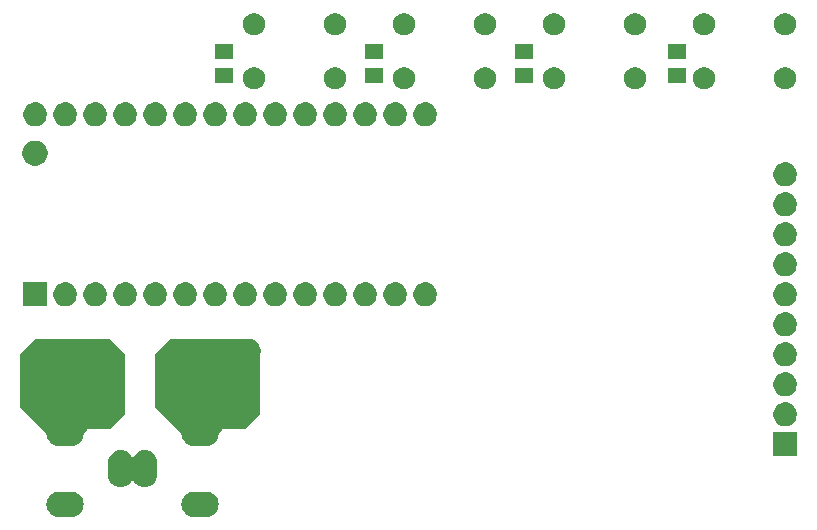
<source format=gbr>
G04 #@! TF.GenerationSoftware,KiCad,Pcbnew,5.0.2-bee76a0~70~ubuntu16.04.1*
G04 #@! TF.CreationDate,2019-08-01T21:54:42-04:00*
G04 #@! TF.ProjectId,Controller,436f6e74-726f-46c6-9c65-722e6b696361,rev?*
G04 #@! TF.SameCoordinates,PX5734380PY65bcec0*
G04 #@! TF.FileFunction,Soldermask,Top*
G04 #@! TF.FilePolarity,Negative*
%FSLAX46Y46*%
G04 Gerber Fmt 4.6, Leading zero omitted, Abs format (unit mm)*
G04 Created by KiCad (PCBNEW 5.0.2-bee76a0~70~ubuntu16.04.1) date Thu 01 Aug 2019 09:54:42 PM EDT*
%MOMM*%
%LPD*%
G01*
G04 APERTURE LIST*
%ADD10C,0.100000*%
G04 APERTURE END LIST*
D10*
G36*
X17133114Y-42119176D02*
X17227168Y-42128439D01*
X17428299Y-42189451D01*
X17460899Y-42206876D01*
X17613662Y-42288529D01*
X17776133Y-42421867D01*
X17909471Y-42584338D01*
X17991124Y-42737101D01*
X18008549Y-42769701D01*
X18069561Y-42970832D01*
X18090162Y-43180000D01*
X18069561Y-43389168D01*
X18008549Y-43590299D01*
X18008546Y-43590304D01*
X17909471Y-43775662D01*
X17776133Y-43938133D01*
X17613662Y-44071471D01*
X17460899Y-44153124D01*
X17428299Y-44170549D01*
X17227168Y-44231561D01*
X17133114Y-44240824D01*
X17070413Y-44247000D01*
X15949587Y-44247000D01*
X15886886Y-44240824D01*
X15792832Y-44231561D01*
X15591701Y-44170549D01*
X15559101Y-44153124D01*
X15406338Y-44071471D01*
X15243867Y-43938133D01*
X15110529Y-43775662D01*
X15011454Y-43590304D01*
X15011451Y-43590299D01*
X14950439Y-43389168D01*
X14929838Y-43180000D01*
X14950439Y-42970832D01*
X15011451Y-42769701D01*
X15028876Y-42737101D01*
X15110529Y-42584338D01*
X15243867Y-42421867D01*
X15406338Y-42288529D01*
X15559101Y-42206876D01*
X15591701Y-42189451D01*
X15792832Y-42128439D01*
X15886886Y-42119176D01*
X15949587Y-42113000D01*
X17070413Y-42113000D01*
X17133114Y-42119176D01*
X17133114Y-42119176D01*
G37*
G36*
X5703114Y-42119176D02*
X5797168Y-42128439D01*
X5998299Y-42189451D01*
X6030899Y-42206876D01*
X6183662Y-42288529D01*
X6346133Y-42421867D01*
X6479471Y-42584338D01*
X6561124Y-42737101D01*
X6578549Y-42769701D01*
X6639561Y-42970832D01*
X6660162Y-43180000D01*
X6639561Y-43389168D01*
X6578549Y-43590299D01*
X6578546Y-43590304D01*
X6479471Y-43775662D01*
X6346133Y-43938133D01*
X6183662Y-44071471D01*
X6030899Y-44153124D01*
X5998299Y-44170549D01*
X5797168Y-44231561D01*
X5703114Y-44240824D01*
X5640413Y-44247000D01*
X4519587Y-44247000D01*
X4456886Y-44240824D01*
X4362832Y-44231561D01*
X4161701Y-44170549D01*
X4129101Y-44153124D01*
X3976338Y-44071471D01*
X3813867Y-43938133D01*
X3680529Y-43775662D01*
X3581454Y-43590304D01*
X3581451Y-43590299D01*
X3520439Y-43389168D01*
X3499838Y-43180000D01*
X3520439Y-42970832D01*
X3581451Y-42769701D01*
X3598876Y-42737101D01*
X3680529Y-42584338D01*
X3813867Y-42421867D01*
X3976338Y-42288529D01*
X4129101Y-42206876D01*
X4161701Y-42189451D01*
X4362832Y-42128439D01*
X4456886Y-42119176D01*
X4519587Y-42113000D01*
X5640413Y-42113000D01*
X5703114Y-42119176D01*
X5703114Y-42119176D01*
G37*
G36*
X12020167Y-38623239D02*
X12221298Y-38684251D01*
X12267025Y-38708692D01*
X12406661Y-38783329D01*
X12569133Y-38916667D01*
X12702471Y-39079138D01*
X12784124Y-39231901D01*
X12801549Y-39264501D01*
X12862561Y-39465632D01*
X12878000Y-39622389D01*
X12878000Y-40743211D01*
X12862561Y-40899968D01*
X12801549Y-41101099D01*
X12801546Y-41101104D01*
X12702471Y-41286462D01*
X12569133Y-41448933D01*
X12406662Y-41582271D01*
X12253899Y-41663924D01*
X12221299Y-41681349D01*
X12020168Y-41742361D01*
X11811000Y-41762962D01*
X11601833Y-41742361D01*
X11400702Y-41681349D01*
X11368102Y-41663924D01*
X11215339Y-41582271D01*
X11052868Y-41448933D01*
X10919530Y-41286461D01*
X10905239Y-41259726D01*
X10891625Y-41239352D01*
X10874298Y-41222025D01*
X10853923Y-41208411D01*
X10831284Y-41199034D01*
X10807250Y-41194254D01*
X10782746Y-41194254D01*
X10758713Y-41199035D01*
X10736074Y-41208413D01*
X10715700Y-41222027D01*
X10698373Y-41239354D01*
X10684759Y-41259728D01*
X10670468Y-41286465D01*
X10537133Y-41448933D01*
X10374662Y-41582271D01*
X10221899Y-41663924D01*
X10189299Y-41681349D01*
X9988168Y-41742361D01*
X9779000Y-41762962D01*
X9569833Y-41742361D01*
X9368702Y-41681349D01*
X9336102Y-41663924D01*
X9183339Y-41582271D01*
X9020868Y-41448933D01*
X8887531Y-41286463D01*
X8788453Y-41101101D01*
X8788452Y-41101099D01*
X8727439Y-40899968D01*
X8712000Y-40743211D01*
X8712000Y-39622390D01*
X8727439Y-39465633D01*
X8788451Y-39264502D01*
X8840799Y-39166566D01*
X8887529Y-39079139D01*
X9020867Y-38916667D01*
X9183338Y-38783329D01*
X9336101Y-38701676D01*
X9368701Y-38684251D01*
X9569832Y-38623239D01*
X9779000Y-38602638D01*
X9988167Y-38623239D01*
X10189298Y-38684251D01*
X10235025Y-38708692D01*
X10374661Y-38783329D01*
X10537133Y-38916667D01*
X10670468Y-39079135D01*
X10684759Y-39105872D01*
X10698373Y-39126246D01*
X10715700Y-39143574D01*
X10736075Y-39157188D01*
X10758714Y-39166565D01*
X10782747Y-39171346D01*
X10807251Y-39171346D01*
X10831285Y-39166566D01*
X10853924Y-39157189D01*
X10874298Y-39143575D01*
X10891626Y-39126248D01*
X10905240Y-39105873D01*
X10919530Y-39079138D01*
X11052867Y-38916667D01*
X11215338Y-38783329D01*
X11368101Y-38701676D01*
X11400701Y-38684251D01*
X11601832Y-38623239D01*
X11811000Y-38602638D01*
X12020167Y-38623239D01*
X12020167Y-38623239D01*
G37*
G36*
X67043500Y-39103500D02*
X65036500Y-39103500D01*
X65036500Y-37096500D01*
X67043500Y-37096500D01*
X67043500Y-39103500D01*
X67043500Y-39103500D01*
G37*
G36*
X20885231Y-29200003D02*
X21079415Y-29280437D01*
X21254176Y-29397209D01*
X21402791Y-29545824D01*
X21519563Y-29720585D01*
X21599997Y-29914769D01*
X21641000Y-30120908D01*
X21641000Y-30331092D01*
X21599997Y-30537233D01*
X21599515Y-30538396D01*
X21592402Y-30561845D01*
X21590000Y-30586231D01*
X21590000Y-35560000D01*
X20320000Y-36830000D01*
X18466776Y-36830000D01*
X18442390Y-36832402D01*
X18418941Y-36839515D01*
X18397330Y-36851066D01*
X18378388Y-36866612D01*
X18125149Y-37119851D01*
X18109603Y-37138793D01*
X18098052Y-37160404D01*
X18090939Y-37183853D01*
X18089139Y-37195987D01*
X18069561Y-37394768D01*
X18008549Y-37595899D01*
X18008546Y-37595904D01*
X17909471Y-37781262D01*
X17776133Y-37943733D01*
X17613662Y-38077071D01*
X17460899Y-38158724D01*
X17428299Y-38176149D01*
X17227168Y-38237161D01*
X17133114Y-38246424D01*
X17070413Y-38252600D01*
X15949587Y-38252600D01*
X15886886Y-38246424D01*
X15792832Y-38237161D01*
X15591701Y-38176149D01*
X15559101Y-38158724D01*
X15406338Y-38077071D01*
X15243867Y-37943733D01*
X15110529Y-37781262D01*
X15011454Y-37595904D01*
X15011451Y-37595899D01*
X14950439Y-37394768D01*
X14930861Y-37195987D01*
X14926081Y-37171953D01*
X14916703Y-37149314D01*
X14903089Y-37128940D01*
X14894851Y-37119851D01*
X12700000Y-34925000D01*
X12700000Y-30480000D01*
X13970000Y-29210000D01*
X20213769Y-29210000D01*
X20238155Y-29207598D01*
X20261604Y-29200485D01*
X20262767Y-29200003D01*
X20468908Y-29159000D01*
X20679092Y-29159000D01*
X20885231Y-29200003D01*
X20885231Y-29200003D01*
G37*
G36*
X10160000Y-30480000D02*
X10160000Y-35560000D01*
X8890000Y-36830000D01*
X7036776Y-36830000D01*
X7012390Y-36832402D01*
X6988941Y-36839515D01*
X6967330Y-36851066D01*
X6948388Y-36866612D01*
X6695149Y-37119851D01*
X6679603Y-37138793D01*
X6668052Y-37160404D01*
X6660939Y-37183853D01*
X6659139Y-37195987D01*
X6639561Y-37394768D01*
X6578549Y-37595899D01*
X6578546Y-37595904D01*
X6479471Y-37781262D01*
X6346133Y-37943733D01*
X6183662Y-38077071D01*
X6030899Y-38158724D01*
X5998299Y-38176149D01*
X5797168Y-38237161D01*
X5703114Y-38246424D01*
X5640413Y-38252600D01*
X4519587Y-38252600D01*
X4456886Y-38246424D01*
X4362832Y-38237161D01*
X4161701Y-38176149D01*
X4129101Y-38158724D01*
X3976338Y-38077071D01*
X3813867Y-37943733D01*
X3680529Y-37781262D01*
X3581454Y-37595904D01*
X3581451Y-37595899D01*
X3520439Y-37394768D01*
X3500861Y-37195987D01*
X3496081Y-37171953D01*
X3486703Y-37149314D01*
X3473089Y-37128940D01*
X3464851Y-37119851D01*
X1270000Y-34925000D01*
X1270000Y-30480000D01*
X2540000Y-29210000D01*
X8890000Y-29210000D01*
X10160000Y-30480000D01*
X10160000Y-30480000D01*
G37*
G36*
X66162988Y-34561304D02*
X66332710Y-34595063D01*
X66515336Y-34670709D01*
X66679694Y-34780530D01*
X66819470Y-34920306D01*
X66929291Y-35084664D01*
X67004937Y-35267290D01*
X67043500Y-35461164D01*
X67043500Y-35658836D01*
X67004937Y-35852710D01*
X66929291Y-36035336D01*
X66819470Y-36199694D01*
X66679694Y-36339470D01*
X66515336Y-36449291D01*
X66332710Y-36524937D01*
X66162988Y-36558696D01*
X66138837Y-36563500D01*
X65941163Y-36563500D01*
X65917012Y-36558696D01*
X65747290Y-36524937D01*
X65564664Y-36449291D01*
X65400306Y-36339470D01*
X65260530Y-36199694D01*
X65150709Y-36035336D01*
X65075063Y-35852710D01*
X65036500Y-35658836D01*
X65036500Y-35461164D01*
X65075063Y-35267290D01*
X65150709Y-35084664D01*
X65260530Y-34920306D01*
X65400306Y-34780530D01*
X65564664Y-34670709D01*
X65747290Y-34595063D01*
X65917012Y-34561304D01*
X65941163Y-34556500D01*
X66138837Y-34556500D01*
X66162988Y-34561304D01*
X66162988Y-34561304D01*
G37*
G36*
X66162988Y-32021304D02*
X66332710Y-32055063D01*
X66515336Y-32130709D01*
X66679694Y-32240530D01*
X66819470Y-32380306D01*
X66929291Y-32544664D01*
X67004937Y-32727290D01*
X67043500Y-32921164D01*
X67043500Y-33118836D01*
X67004937Y-33312710D01*
X66929291Y-33495336D01*
X66819470Y-33659694D01*
X66679694Y-33799470D01*
X66515336Y-33909291D01*
X66332710Y-33984937D01*
X66162988Y-34018696D01*
X66138837Y-34023500D01*
X65941163Y-34023500D01*
X65917012Y-34018696D01*
X65747290Y-33984937D01*
X65564664Y-33909291D01*
X65400306Y-33799470D01*
X65260530Y-33659694D01*
X65150709Y-33495336D01*
X65075063Y-33312710D01*
X65036500Y-33118836D01*
X65036500Y-32921164D01*
X65075063Y-32727290D01*
X65150709Y-32544664D01*
X65260530Y-32380306D01*
X65400306Y-32240530D01*
X65564664Y-32130709D01*
X65747290Y-32055063D01*
X65917012Y-32021304D01*
X65941163Y-32016500D01*
X66138837Y-32016500D01*
X66162988Y-32021304D01*
X66162988Y-32021304D01*
G37*
G36*
X66162988Y-29481304D02*
X66332710Y-29515063D01*
X66515336Y-29590709D01*
X66679694Y-29700530D01*
X66819470Y-29840306D01*
X66929291Y-30004664D01*
X67004937Y-30187290D01*
X67043500Y-30381164D01*
X67043500Y-30578836D01*
X67004937Y-30772710D01*
X66929291Y-30955336D01*
X66819470Y-31119694D01*
X66679694Y-31259470D01*
X66515336Y-31369291D01*
X66332710Y-31444937D01*
X66162988Y-31478696D01*
X66138837Y-31483500D01*
X65941163Y-31483500D01*
X65917012Y-31478696D01*
X65747290Y-31444937D01*
X65564664Y-31369291D01*
X65400306Y-31259470D01*
X65260530Y-31119694D01*
X65150709Y-30955336D01*
X65075063Y-30772710D01*
X65036500Y-30578836D01*
X65036500Y-30381164D01*
X65075063Y-30187290D01*
X65150709Y-30004664D01*
X65260530Y-29840306D01*
X65400306Y-29700530D01*
X65564664Y-29590709D01*
X65747290Y-29515063D01*
X65917012Y-29481304D01*
X65941163Y-29476500D01*
X66138837Y-29476500D01*
X66162988Y-29481304D01*
X66162988Y-29481304D01*
G37*
G36*
X66162988Y-26941304D02*
X66332710Y-26975063D01*
X66515336Y-27050709D01*
X66679694Y-27160530D01*
X66819470Y-27300306D01*
X66929291Y-27464664D01*
X67004937Y-27647290D01*
X67043500Y-27841164D01*
X67043500Y-28038836D01*
X67004937Y-28232710D01*
X66929291Y-28415336D01*
X66819470Y-28579694D01*
X66679694Y-28719470D01*
X66515336Y-28829291D01*
X66332710Y-28904937D01*
X66162988Y-28938696D01*
X66138837Y-28943500D01*
X65941163Y-28943500D01*
X65917012Y-28938696D01*
X65747290Y-28904937D01*
X65564664Y-28829291D01*
X65400306Y-28719470D01*
X65260530Y-28579694D01*
X65150709Y-28415336D01*
X65075063Y-28232710D01*
X65036500Y-28038836D01*
X65036500Y-27841164D01*
X65075063Y-27647290D01*
X65150709Y-27464664D01*
X65260530Y-27300306D01*
X65400306Y-27160530D01*
X65564664Y-27050709D01*
X65747290Y-26975063D01*
X65917012Y-26941304D01*
X65941163Y-26936500D01*
X66138837Y-26936500D01*
X66162988Y-26941304D01*
X66162988Y-26941304D01*
G37*
G36*
X17902988Y-24401304D02*
X18072710Y-24435063D01*
X18255336Y-24510709D01*
X18419694Y-24620530D01*
X18559470Y-24760306D01*
X18669291Y-24924664D01*
X18744937Y-25107290D01*
X18783500Y-25301164D01*
X18783500Y-25498836D01*
X18744937Y-25692710D01*
X18669291Y-25875336D01*
X18559470Y-26039694D01*
X18419694Y-26179470D01*
X18255336Y-26289291D01*
X18072710Y-26364937D01*
X17902988Y-26398696D01*
X17878837Y-26403500D01*
X17681163Y-26403500D01*
X17657012Y-26398696D01*
X17487290Y-26364937D01*
X17304664Y-26289291D01*
X17140306Y-26179470D01*
X17000530Y-26039694D01*
X16890709Y-25875336D01*
X16815063Y-25692710D01*
X16776500Y-25498836D01*
X16776500Y-25301164D01*
X16815063Y-25107290D01*
X16890709Y-24924664D01*
X17000530Y-24760306D01*
X17140306Y-24620530D01*
X17304664Y-24510709D01*
X17487290Y-24435063D01*
X17657012Y-24401304D01*
X17681163Y-24396500D01*
X17878837Y-24396500D01*
X17902988Y-24401304D01*
X17902988Y-24401304D01*
G37*
G36*
X66162988Y-24401304D02*
X66332710Y-24435063D01*
X66515336Y-24510709D01*
X66679694Y-24620530D01*
X66819470Y-24760306D01*
X66929291Y-24924664D01*
X67004937Y-25107290D01*
X67043500Y-25301164D01*
X67043500Y-25498836D01*
X67004937Y-25692710D01*
X66929291Y-25875336D01*
X66819470Y-26039694D01*
X66679694Y-26179470D01*
X66515336Y-26289291D01*
X66332710Y-26364937D01*
X66162988Y-26398696D01*
X66138837Y-26403500D01*
X65941163Y-26403500D01*
X65917012Y-26398696D01*
X65747290Y-26364937D01*
X65564664Y-26289291D01*
X65400306Y-26179470D01*
X65260530Y-26039694D01*
X65150709Y-25875336D01*
X65075063Y-25692710D01*
X65036500Y-25498836D01*
X65036500Y-25301164D01*
X65075063Y-25107290D01*
X65150709Y-24924664D01*
X65260530Y-24760306D01*
X65400306Y-24620530D01*
X65564664Y-24510709D01*
X65747290Y-24435063D01*
X65917012Y-24401304D01*
X65941163Y-24396500D01*
X66138837Y-24396500D01*
X66162988Y-24401304D01*
X66162988Y-24401304D01*
G37*
G36*
X15362988Y-24401304D02*
X15532710Y-24435063D01*
X15715336Y-24510709D01*
X15879694Y-24620530D01*
X16019470Y-24760306D01*
X16129291Y-24924664D01*
X16204937Y-25107290D01*
X16243500Y-25301164D01*
X16243500Y-25498836D01*
X16204937Y-25692710D01*
X16129291Y-25875336D01*
X16019470Y-26039694D01*
X15879694Y-26179470D01*
X15715336Y-26289291D01*
X15532710Y-26364937D01*
X15362988Y-26398696D01*
X15338837Y-26403500D01*
X15141163Y-26403500D01*
X15117012Y-26398696D01*
X14947290Y-26364937D01*
X14764664Y-26289291D01*
X14600306Y-26179470D01*
X14460530Y-26039694D01*
X14350709Y-25875336D01*
X14275063Y-25692710D01*
X14236500Y-25498836D01*
X14236500Y-25301164D01*
X14275063Y-25107290D01*
X14350709Y-24924664D01*
X14460530Y-24760306D01*
X14600306Y-24620530D01*
X14764664Y-24510709D01*
X14947290Y-24435063D01*
X15117012Y-24401304D01*
X15141163Y-24396500D01*
X15338837Y-24396500D01*
X15362988Y-24401304D01*
X15362988Y-24401304D01*
G37*
G36*
X12822988Y-24401304D02*
X12992710Y-24435063D01*
X13175336Y-24510709D01*
X13339694Y-24620530D01*
X13479470Y-24760306D01*
X13589291Y-24924664D01*
X13664937Y-25107290D01*
X13703500Y-25301164D01*
X13703500Y-25498836D01*
X13664937Y-25692710D01*
X13589291Y-25875336D01*
X13479470Y-26039694D01*
X13339694Y-26179470D01*
X13175336Y-26289291D01*
X12992710Y-26364937D01*
X12822988Y-26398696D01*
X12798837Y-26403500D01*
X12601163Y-26403500D01*
X12577012Y-26398696D01*
X12407290Y-26364937D01*
X12224664Y-26289291D01*
X12060306Y-26179470D01*
X11920530Y-26039694D01*
X11810709Y-25875336D01*
X11735063Y-25692710D01*
X11696500Y-25498836D01*
X11696500Y-25301164D01*
X11735063Y-25107290D01*
X11810709Y-24924664D01*
X11920530Y-24760306D01*
X12060306Y-24620530D01*
X12224664Y-24510709D01*
X12407290Y-24435063D01*
X12577012Y-24401304D01*
X12601163Y-24396500D01*
X12798837Y-24396500D01*
X12822988Y-24401304D01*
X12822988Y-24401304D01*
G37*
G36*
X10282988Y-24401304D02*
X10452710Y-24435063D01*
X10635336Y-24510709D01*
X10799694Y-24620530D01*
X10939470Y-24760306D01*
X11049291Y-24924664D01*
X11124937Y-25107290D01*
X11163500Y-25301164D01*
X11163500Y-25498836D01*
X11124937Y-25692710D01*
X11049291Y-25875336D01*
X10939470Y-26039694D01*
X10799694Y-26179470D01*
X10635336Y-26289291D01*
X10452710Y-26364937D01*
X10282988Y-26398696D01*
X10258837Y-26403500D01*
X10061163Y-26403500D01*
X10037012Y-26398696D01*
X9867290Y-26364937D01*
X9684664Y-26289291D01*
X9520306Y-26179470D01*
X9380530Y-26039694D01*
X9270709Y-25875336D01*
X9195063Y-25692710D01*
X9156500Y-25498836D01*
X9156500Y-25301164D01*
X9195063Y-25107290D01*
X9270709Y-24924664D01*
X9380530Y-24760306D01*
X9520306Y-24620530D01*
X9684664Y-24510709D01*
X9867290Y-24435063D01*
X10037012Y-24401304D01*
X10061163Y-24396500D01*
X10258837Y-24396500D01*
X10282988Y-24401304D01*
X10282988Y-24401304D01*
G37*
G36*
X7742988Y-24401304D02*
X7912710Y-24435063D01*
X8095336Y-24510709D01*
X8259694Y-24620530D01*
X8399470Y-24760306D01*
X8509291Y-24924664D01*
X8584937Y-25107290D01*
X8623500Y-25301164D01*
X8623500Y-25498836D01*
X8584937Y-25692710D01*
X8509291Y-25875336D01*
X8399470Y-26039694D01*
X8259694Y-26179470D01*
X8095336Y-26289291D01*
X7912710Y-26364937D01*
X7742988Y-26398696D01*
X7718837Y-26403500D01*
X7521163Y-26403500D01*
X7497012Y-26398696D01*
X7327290Y-26364937D01*
X7144664Y-26289291D01*
X6980306Y-26179470D01*
X6840530Y-26039694D01*
X6730709Y-25875336D01*
X6655063Y-25692710D01*
X6616500Y-25498836D01*
X6616500Y-25301164D01*
X6655063Y-25107290D01*
X6730709Y-24924664D01*
X6840530Y-24760306D01*
X6980306Y-24620530D01*
X7144664Y-24510709D01*
X7327290Y-24435063D01*
X7497012Y-24401304D01*
X7521163Y-24396500D01*
X7718837Y-24396500D01*
X7742988Y-24401304D01*
X7742988Y-24401304D01*
G37*
G36*
X5202988Y-24401304D02*
X5372710Y-24435063D01*
X5555336Y-24510709D01*
X5719694Y-24620530D01*
X5859470Y-24760306D01*
X5969291Y-24924664D01*
X6044937Y-25107290D01*
X6083500Y-25301164D01*
X6083500Y-25498836D01*
X6044937Y-25692710D01*
X5969291Y-25875336D01*
X5859470Y-26039694D01*
X5719694Y-26179470D01*
X5555336Y-26289291D01*
X5372710Y-26364937D01*
X5202988Y-26398696D01*
X5178837Y-26403500D01*
X4981163Y-26403500D01*
X4957012Y-26398696D01*
X4787290Y-26364937D01*
X4604664Y-26289291D01*
X4440306Y-26179470D01*
X4300530Y-26039694D01*
X4190709Y-25875336D01*
X4115063Y-25692710D01*
X4076500Y-25498836D01*
X4076500Y-25301164D01*
X4115063Y-25107290D01*
X4190709Y-24924664D01*
X4300530Y-24760306D01*
X4440306Y-24620530D01*
X4604664Y-24510709D01*
X4787290Y-24435063D01*
X4957012Y-24401304D01*
X4981163Y-24396500D01*
X5178837Y-24396500D01*
X5202988Y-24401304D01*
X5202988Y-24401304D01*
G37*
G36*
X3543500Y-26403500D02*
X1536500Y-26403500D01*
X1536500Y-24396500D01*
X3543500Y-24396500D01*
X3543500Y-26403500D01*
X3543500Y-26403500D01*
G37*
G36*
X20442988Y-24401304D02*
X20612710Y-24435063D01*
X20795336Y-24510709D01*
X20959694Y-24620530D01*
X21099470Y-24760306D01*
X21209291Y-24924664D01*
X21284937Y-25107290D01*
X21323500Y-25301164D01*
X21323500Y-25498836D01*
X21284937Y-25692710D01*
X21209291Y-25875336D01*
X21099470Y-26039694D01*
X20959694Y-26179470D01*
X20795336Y-26289291D01*
X20612710Y-26364937D01*
X20442988Y-26398696D01*
X20418837Y-26403500D01*
X20221163Y-26403500D01*
X20197012Y-26398696D01*
X20027290Y-26364937D01*
X19844664Y-26289291D01*
X19680306Y-26179470D01*
X19540530Y-26039694D01*
X19430709Y-25875336D01*
X19355063Y-25692710D01*
X19316500Y-25498836D01*
X19316500Y-25301164D01*
X19355063Y-25107290D01*
X19430709Y-24924664D01*
X19540530Y-24760306D01*
X19680306Y-24620530D01*
X19844664Y-24510709D01*
X20027290Y-24435063D01*
X20197012Y-24401304D01*
X20221163Y-24396500D01*
X20418837Y-24396500D01*
X20442988Y-24401304D01*
X20442988Y-24401304D01*
G37*
G36*
X25522988Y-24401304D02*
X25692710Y-24435063D01*
X25875336Y-24510709D01*
X26039694Y-24620530D01*
X26179470Y-24760306D01*
X26289291Y-24924664D01*
X26364937Y-25107290D01*
X26403500Y-25301164D01*
X26403500Y-25498836D01*
X26364937Y-25692710D01*
X26289291Y-25875336D01*
X26179470Y-26039694D01*
X26039694Y-26179470D01*
X25875336Y-26289291D01*
X25692710Y-26364937D01*
X25522988Y-26398696D01*
X25498837Y-26403500D01*
X25301163Y-26403500D01*
X25277012Y-26398696D01*
X25107290Y-26364937D01*
X24924664Y-26289291D01*
X24760306Y-26179470D01*
X24620530Y-26039694D01*
X24510709Y-25875336D01*
X24435063Y-25692710D01*
X24396500Y-25498836D01*
X24396500Y-25301164D01*
X24435063Y-25107290D01*
X24510709Y-24924664D01*
X24620530Y-24760306D01*
X24760306Y-24620530D01*
X24924664Y-24510709D01*
X25107290Y-24435063D01*
X25277012Y-24401304D01*
X25301163Y-24396500D01*
X25498837Y-24396500D01*
X25522988Y-24401304D01*
X25522988Y-24401304D01*
G37*
G36*
X28062988Y-24401304D02*
X28232710Y-24435063D01*
X28415336Y-24510709D01*
X28579694Y-24620530D01*
X28719470Y-24760306D01*
X28829291Y-24924664D01*
X28904937Y-25107290D01*
X28943500Y-25301164D01*
X28943500Y-25498836D01*
X28904937Y-25692710D01*
X28829291Y-25875336D01*
X28719470Y-26039694D01*
X28579694Y-26179470D01*
X28415336Y-26289291D01*
X28232710Y-26364937D01*
X28062988Y-26398696D01*
X28038837Y-26403500D01*
X27841163Y-26403500D01*
X27817012Y-26398696D01*
X27647290Y-26364937D01*
X27464664Y-26289291D01*
X27300306Y-26179470D01*
X27160530Y-26039694D01*
X27050709Y-25875336D01*
X26975063Y-25692710D01*
X26936500Y-25498836D01*
X26936500Y-25301164D01*
X26975063Y-25107290D01*
X27050709Y-24924664D01*
X27160530Y-24760306D01*
X27300306Y-24620530D01*
X27464664Y-24510709D01*
X27647290Y-24435063D01*
X27817012Y-24401304D01*
X27841163Y-24396500D01*
X28038837Y-24396500D01*
X28062988Y-24401304D01*
X28062988Y-24401304D01*
G37*
G36*
X30602988Y-24401304D02*
X30772710Y-24435063D01*
X30955336Y-24510709D01*
X31119694Y-24620530D01*
X31259470Y-24760306D01*
X31369291Y-24924664D01*
X31444937Y-25107290D01*
X31483500Y-25301164D01*
X31483500Y-25498836D01*
X31444937Y-25692710D01*
X31369291Y-25875336D01*
X31259470Y-26039694D01*
X31119694Y-26179470D01*
X30955336Y-26289291D01*
X30772710Y-26364937D01*
X30602988Y-26398696D01*
X30578837Y-26403500D01*
X30381163Y-26403500D01*
X30357012Y-26398696D01*
X30187290Y-26364937D01*
X30004664Y-26289291D01*
X29840306Y-26179470D01*
X29700530Y-26039694D01*
X29590709Y-25875336D01*
X29515063Y-25692710D01*
X29476500Y-25498836D01*
X29476500Y-25301164D01*
X29515063Y-25107290D01*
X29590709Y-24924664D01*
X29700530Y-24760306D01*
X29840306Y-24620530D01*
X30004664Y-24510709D01*
X30187290Y-24435063D01*
X30357012Y-24401304D01*
X30381163Y-24396500D01*
X30578837Y-24396500D01*
X30602988Y-24401304D01*
X30602988Y-24401304D01*
G37*
G36*
X33142988Y-24401304D02*
X33312710Y-24435063D01*
X33495336Y-24510709D01*
X33659694Y-24620530D01*
X33799470Y-24760306D01*
X33909291Y-24924664D01*
X33984937Y-25107290D01*
X34023500Y-25301164D01*
X34023500Y-25498836D01*
X33984937Y-25692710D01*
X33909291Y-25875336D01*
X33799470Y-26039694D01*
X33659694Y-26179470D01*
X33495336Y-26289291D01*
X33312710Y-26364937D01*
X33142988Y-26398696D01*
X33118837Y-26403500D01*
X32921163Y-26403500D01*
X32897012Y-26398696D01*
X32727290Y-26364937D01*
X32544664Y-26289291D01*
X32380306Y-26179470D01*
X32240530Y-26039694D01*
X32130709Y-25875336D01*
X32055063Y-25692710D01*
X32016500Y-25498836D01*
X32016500Y-25301164D01*
X32055063Y-25107290D01*
X32130709Y-24924664D01*
X32240530Y-24760306D01*
X32380306Y-24620530D01*
X32544664Y-24510709D01*
X32727290Y-24435063D01*
X32897012Y-24401304D01*
X32921163Y-24396500D01*
X33118837Y-24396500D01*
X33142988Y-24401304D01*
X33142988Y-24401304D01*
G37*
G36*
X35682988Y-24401304D02*
X35852710Y-24435063D01*
X36035336Y-24510709D01*
X36199694Y-24620530D01*
X36339470Y-24760306D01*
X36449291Y-24924664D01*
X36524937Y-25107290D01*
X36563500Y-25301164D01*
X36563500Y-25498836D01*
X36524937Y-25692710D01*
X36449291Y-25875336D01*
X36339470Y-26039694D01*
X36199694Y-26179470D01*
X36035336Y-26289291D01*
X35852710Y-26364937D01*
X35682988Y-26398696D01*
X35658837Y-26403500D01*
X35461163Y-26403500D01*
X35437012Y-26398696D01*
X35267290Y-26364937D01*
X35084664Y-26289291D01*
X34920306Y-26179470D01*
X34780530Y-26039694D01*
X34670709Y-25875336D01*
X34595063Y-25692710D01*
X34556500Y-25498836D01*
X34556500Y-25301164D01*
X34595063Y-25107290D01*
X34670709Y-24924664D01*
X34780530Y-24760306D01*
X34920306Y-24620530D01*
X35084664Y-24510709D01*
X35267290Y-24435063D01*
X35437012Y-24401304D01*
X35461163Y-24396500D01*
X35658837Y-24396500D01*
X35682988Y-24401304D01*
X35682988Y-24401304D01*
G37*
G36*
X22982988Y-24401304D02*
X23152710Y-24435063D01*
X23335336Y-24510709D01*
X23499694Y-24620530D01*
X23639470Y-24760306D01*
X23749291Y-24924664D01*
X23824937Y-25107290D01*
X23863500Y-25301164D01*
X23863500Y-25498836D01*
X23824937Y-25692710D01*
X23749291Y-25875336D01*
X23639470Y-26039694D01*
X23499694Y-26179470D01*
X23335336Y-26289291D01*
X23152710Y-26364937D01*
X22982988Y-26398696D01*
X22958837Y-26403500D01*
X22761163Y-26403500D01*
X22737012Y-26398696D01*
X22567290Y-26364937D01*
X22384664Y-26289291D01*
X22220306Y-26179470D01*
X22080530Y-26039694D01*
X21970709Y-25875336D01*
X21895063Y-25692710D01*
X21856500Y-25498836D01*
X21856500Y-25301164D01*
X21895063Y-25107290D01*
X21970709Y-24924664D01*
X22080530Y-24760306D01*
X22220306Y-24620530D01*
X22384664Y-24510709D01*
X22567290Y-24435063D01*
X22737012Y-24401304D01*
X22761163Y-24396500D01*
X22958837Y-24396500D01*
X22982988Y-24401304D01*
X22982988Y-24401304D01*
G37*
G36*
X66162988Y-21861304D02*
X66332710Y-21895063D01*
X66515336Y-21970709D01*
X66679694Y-22080530D01*
X66819470Y-22220306D01*
X66929291Y-22384664D01*
X67004937Y-22567290D01*
X67043500Y-22761164D01*
X67043500Y-22958836D01*
X67004937Y-23152710D01*
X66929291Y-23335336D01*
X66819470Y-23499694D01*
X66679694Y-23639470D01*
X66515336Y-23749291D01*
X66332710Y-23824937D01*
X66162988Y-23858696D01*
X66138837Y-23863500D01*
X65941163Y-23863500D01*
X65917012Y-23858696D01*
X65747290Y-23824937D01*
X65564664Y-23749291D01*
X65400306Y-23639470D01*
X65260530Y-23499694D01*
X65150709Y-23335336D01*
X65075063Y-23152710D01*
X65036500Y-22958836D01*
X65036500Y-22761164D01*
X65075063Y-22567290D01*
X65150709Y-22384664D01*
X65260530Y-22220306D01*
X65400306Y-22080530D01*
X65564664Y-21970709D01*
X65747290Y-21895063D01*
X65917012Y-21861304D01*
X65941163Y-21856500D01*
X66138837Y-21856500D01*
X66162988Y-21861304D01*
X66162988Y-21861304D01*
G37*
G36*
X66162988Y-19321304D02*
X66332710Y-19355063D01*
X66515336Y-19430709D01*
X66679694Y-19540530D01*
X66819470Y-19680306D01*
X66929291Y-19844664D01*
X67004937Y-20027290D01*
X67043500Y-20221164D01*
X67043500Y-20418836D01*
X67004937Y-20612710D01*
X66929291Y-20795336D01*
X66819470Y-20959694D01*
X66679694Y-21099470D01*
X66515336Y-21209291D01*
X66332710Y-21284937D01*
X66162988Y-21318696D01*
X66138837Y-21323500D01*
X65941163Y-21323500D01*
X65917012Y-21318696D01*
X65747290Y-21284937D01*
X65564664Y-21209291D01*
X65400306Y-21099470D01*
X65260530Y-20959694D01*
X65150709Y-20795336D01*
X65075063Y-20612710D01*
X65036500Y-20418836D01*
X65036500Y-20221164D01*
X65075063Y-20027290D01*
X65150709Y-19844664D01*
X65260530Y-19680306D01*
X65400306Y-19540530D01*
X65564664Y-19430709D01*
X65747290Y-19355063D01*
X65917012Y-19321304D01*
X65941163Y-19316500D01*
X66138837Y-19316500D01*
X66162988Y-19321304D01*
X66162988Y-19321304D01*
G37*
G36*
X66162988Y-16781304D02*
X66332710Y-16815063D01*
X66515336Y-16890709D01*
X66679694Y-17000530D01*
X66819470Y-17140306D01*
X66929291Y-17304664D01*
X67004937Y-17487290D01*
X67043500Y-17681164D01*
X67043500Y-17878836D01*
X67004937Y-18072710D01*
X66929291Y-18255336D01*
X66819470Y-18419694D01*
X66679694Y-18559470D01*
X66515336Y-18669291D01*
X66332710Y-18744937D01*
X66162988Y-18778696D01*
X66138837Y-18783500D01*
X65941163Y-18783500D01*
X65917012Y-18778696D01*
X65747290Y-18744937D01*
X65564664Y-18669291D01*
X65400306Y-18559470D01*
X65260530Y-18419694D01*
X65150709Y-18255336D01*
X65075063Y-18072710D01*
X65036500Y-17878836D01*
X65036500Y-17681164D01*
X65075063Y-17487290D01*
X65150709Y-17304664D01*
X65260530Y-17140306D01*
X65400306Y-17000530D01*
X65564664Y-16890709D01*
X65747290Y-16815063D01*
X65917012Y-16781304D01*
X65941163Y-16776500D01*
X66138837Y-16776500D01*
X66162988Y-16781304D01*
X66162988Y-16781304D01*
G37*
G36*
X66162988Y-14241304D02*
X66332710Y-14275063D01*
X66515336Y-14350709D01*
X66679694Y-14460530D01*
X66819470Y-14600306D01*
X66929291Y-14764664D01*
X67004937Y-14947290D01*
X67043500Y-15141164D01*
X67043500Y-15338836D01*
X67004937Y-15532710D01*
X66929291Y-15715336D01*
X66819470Y-15879694D01*
X66679694Y-16019470D01*
X66515336Y-16129291D01*
X66332710Y-16204937D01*
X66162988Y-16238696D01*
X66138837Y-16243500D01*
X65941163Y-16243500D01*
X65917012Y-16238696D01*
X65747290Y-16204937D01*
X65564664Y-16129291D01*
X65400306Y-16019470D01*
X65260530Y-15879694D01*
X65150709Y-15715336D01*
X65075063Y-15532710D01*
X65036500Y-15338836D01*
X65036500Y-15141164D01*
X65075063Y-14947290D01*
X65150709Y-14764664D01*
X65260530Y-14600306D01*
X65400306Y-14460530D01*
X65564664Y-14350709D01*
X65747290Y-14275063D01*
X65917012Y-14241304D01*
X65941163Y-14236500D01*
X66138837Y-14236500D01*
X66162988Y-14241304D01*
X66162988Y-14241304D01*
G37*
G36*
X2851231Y-12436003D02*
X3045415Y-12516437D01*
X3220176Y-12633209D01*
X3368791Y-12781824D01*
X3485563Y-12956585D01*
X3565997Y-13150769D01*
X3607000Y-13356908D01*
X3607000Y-13567092D01*
X3565997Y-13773231D01*
X3485563Y-13967415D01*
X3368791Y-14142176D01*
X3220176Y-14290791D01*
X3045415Y-14407563D01*
X2851231Y-14487997D01*
X2645092Y-14529000D01*
X2434908Y-14529000D01*
X2228769Y-14487997D01*
X2034585Y-14407563D01*
X1859824Y-14290791D01*
X1711209Y-14142176D01*
X1594437Y-13967415D01*
X1514003Y-13773231D01*
X1473000Y-13567092D01*
X1473000Y-13356908D01*
X1514003Y-13150769D01*
X1594437Y-12956585D01*
X1711209Y-12781824D01*
X1859824Y-12633209D01*
X2034585Y-12516437D01*
X2228769Y-12436003D01*
X2434908Y-12395000D01*
X2645092Y-12395000D01*
X2851231Y-12436003D01*
X2851231Y-12436003D01*
G37*
G36*
X25522988Y-9161304D02*
X25692710Y-9195063D01*
X25875336Y-9270709D01*
X26039694Y-9380530D01*
X26179470Y-9520306D01*
X26289291Y-9684664D01*
X26364937Y-9867290D01*
X26403500Y-10061164D01*
X26403500Y-10258836D01*
X26364937Y-10452710D01*
X26289291Y-10635336D01*
X26179470Y-10799694D01*
X26039694Y-10939470D01*
X25875336Y-11049291D01*
X25692710Y-11124937D01*
X25522988Y-11158696D01*
X25498837Y-11163500D01*
X25301163Y-11163500D01*
X25277012Y-11158696D01*
X25107290Y-11124937D01*
X24924664Y-11049291D01*
X24760306Y-10939470D01*
X24620530Y-10799694D01*
X24510709Y-10635336D01*
X24435063Y-10452710D01*
X24396500Y-10258836D01*
X24396500Y-10061164D01*
X24435063Y-9867290D01*
X24510709Y-9684664D01*
X24620530Y-9520306D01*
X24760306Y-9380530D01*
X24924664Y-9270709D01*
X25107290Y-9195063D01*
X25277012Y-9161304D01*
X25301163Y-9156500D01*
X25498837Y-9156500D01*
X25522988Y-9161304D01*
X25522988Y-9161304D01*
G37*
G36*
X30602988Y-9161304D02*
X30772710Y-9195063D01*
X30955336Y-9270709D01*
X31119694Y-9380530D01*
X31259470Y-9520306D01*
X31369291Y-9684664D01*
X31444937Y-9867290D01*
X31483500Y-10061164D01*
X31483500Y-10258836D01*
X31444937Y-10452710D01*
X31369291Y-10635336D01*
X31259470Y-10799694D01*
X31119694Y-10939470D01*
X30955336Y-11049291D01*
X30772710Y-11124937D01*
X30602988Y-11158696D01*
X30578837Y-11163500D01*
X30381163Y-11163500D01*
X30357012Y-11158696D01*
X30187290Y-11124937D01*
X30004664Y-11049291D01*
X29840306Y-10939470D01*
X29700530Y-10799694D01*
X29590709Y-10635336D01*
X29515063Y-10452710D01*
X29476500Y-10258836D01*
X29476500Y-10061164D01*
X29515063Y-9867290D01*
X29590709Y-9684664D01*
X29700530Y-9520306D01*
X29840306Y-9380530D01*
X30004664Y-9270709D01*
X30187290Y-9195063D01*
X30357012Y-9161304D01*
X30381163Y-9156500D01*
X30578837Y-9156500D01*
X30602988Y-9161304D01*
X30602988Y-9161304D01*
G37*
G36*
X28062988Y-9161304D02*
X28232710Y-9195063D01*
X28415336Y-9270709D01*
X28579694Y-9380530D01*
X28719470Y-9520306D01*
X28829291Y-9684664D01*
X28904937Y-9867290D01*
X28943500Y-10061164D01*
X28943500Y-10258836D01*
X28904937Y-10452710D01*
X28829291Y-10635336D01*
X28719470Y-10799694D01*
X28579694Y-10939470D01*
X28415336Y-11049291D01*
X28232710Y-11124937D01*
X28062988Y-11158696D01*
X28038837Y-11163500D01*
X27841163Y-11163500D01*
X27817012Y-11158696D01*
X27647290Y-11124937D01*
X27464664Y-11049291D01*
X27300306Y-10939470D01*
X27160530Y-10799694D01*
X27050709Y-10635336D01*
X26975063Y-10452710D01*
X26936500Y-10258836D01*
X26936500Y-10061164D01*
X26975063Y-9867290D01*
X27050709Y-9684664D01*
X27160530Y-9520306D01*
X27300306Y-9380530D01*
X27464664Y-9270709D01*
X27647290Y-9195063D01*
X27817012Y-9161304D01*
X27841163Y-9156500D01*
X28038837Y-9156500D01*
X28062988Y-9161304D01*
X28062988Y-9161304D01*
G37*
G36*
X5202988Y-9161304D02*
X5372710Y-9195063D01*
X5555336Y-9270709D01*
X5719694Y-9380530D01*
X5859470Y-9520306D01*
X5969291Y-9684664D01*
X6044937Y-9867290D01*
X6083500Y-10061164D01*
X6083500Y-10258836D01*
X6044937Y-10452710D01*
X5969291Y-10635336D01*
X5859470Y-10799694D01*
X5719694Y-10939470D01*
X5555336Y-11049291D01*
X5372710Y-11124937D01*
X5202988Y-11158696D01*
X5178837Y-11163500D01*
X4981163Y-11163500D01*
X4957012Y-11158696D01*
X4787290Y-11124937D01*
X4604664Y-11049291D01*
X4440306Y-10939470D01*
X4300530Y-10799694D01*
X4190709Y-10635336D01*
X4115063Y-10452710D01*
X4076500Y-10258836D01*
X4076500Y-10061164D01*
X4115063Y-9867290D01*
X4190709Y-9684664D01*
X4300530Y-9520306D01*
X4440306Y-9380530D01*
X4604664Y-9270709D01*
X4787290Y-9195063D01*
X4957012Y-9161304D01*
X4981163Y-9156500D01*
X5178837Y-9156500D01*
X5202988Y-9161304D01*
X5202988Y-9161304D01*
G37*
G36*
X22982988Y-9161304D02*
X23152710Y-9195063D01*
X23335336Y-9270709D01*
X23499694Y-9380530D01*
X23639470Y-9520306D01*
X23749291Y-9684664D01*
X23824937Y-9867290D01*
X23863500Y-10061164D01*
X23863500Y-10258836D01*
X23824937Y-10452710D01*
X23749291Y-10635336D01*
X23639470Y-10799694D01*
X23499694Y-10939470D01*
X23335336Y-11049291D01*
X23152710Y-11124937D01*
X22982988Y-11158696D01*
X22958837Y-11163500D01*
X22761163Y-11163500D01*
X22737012Y-11158696D01*
X22567290Y-11124937D01*
X22384664Y-11049291D01*
X22220306Y-10939470D01*
X22080530Y-10799694D01*
X21970709Y-10635336D01*
X21895063Y-10452710D01*
X21856500Y-10258836D01*
X21856500Y-10061164D01*
X21895063Y-9867290D01*
X21970709Y-9684664D01*
X22080530Y-9520306D01*
X22220306Y-9380530D01*
X22384664Y-9270709D01*
X22567290Y-9195063D01*
X22737012Y-9161304D01*
X22761163Y-9156500D01*
X22958837Y-9156500D01*
X22982988Y-9161304D01*
X22982988Y-9161304D01*
G37*
G36*
X20442988Y-9161304D02*
X20612710Y-9195063D01*
X20795336Y-9270709D01*
X20959694Y-9380530D01*
X21099470Y-9520306D01*
X21209291Y-9684664D01*
X21284937Y-9867290D01*
X21323500Y-10061164D01*
X21323500Y-10258836D01*
X21284937Y-10452710D01*
X21209291Y-10635336D01*
X21099470Y-10799694D01*
X20959694Y-10939470D01*
X20795336Y-11049291D01*
X20612710Y-11124937D01*
X20442988Y-11158696D01*
X20418837Y-11163500D01*
X20221163Y-11163500D01*
X20197012Y-11158696D01*
X20027290Y-11124937D01*
X19844664Y-11049291D01*
X19680306Y-10939470D01*
X19540530Y-10799694D01*
X19430709Y-10635336D01*
X19355063Y-10452710D01*
X19316500Y-10258836D01*
X19316500Y-10061164D01*
X19355063Y-9867290D01*
X19430709Y-9684664D01*
X19540530Y-9520306D01*
X19680306Y-9380530D01*
X19844664Y-9270709D01*
X20027290Y-9195063D01*
X20197012Y-9161304D01*
X20221163Y-9156500D01*
X20418837Y-9156500D01*
X20442988Y-9161304D01*
X20442988Y-9161304D01*
G37*
G36*
X17902988Y-9161304D02*
X18072710Y-9195063D01*
X18255336Y-9270709D01*
X18419694Y-9380530D01*
X18559470Y-9520306D01*
X18669291Y-9684664D01*
X18744937Y-9867290D01*
X18783500Y-10061164D01*
X18783500Y-10258836D01*
X18744937Y-10452710D01*
X18669291Y-10635336D01*
X18559470Y-10799694D01*
X18419694Y-10939470D01*
X18255336Y-11049291D01*
X18072710Y-11124937D01*
X17902988Y-11158696D01*
X17878837Y-11163500D01*
X17681163Y-11163500D01*
X17657012Y-11158696D01*
X17487290Y-11124937D01*
X17304664Y-11049291D01*
X17140306Y-10939470D01*
X17000530Y-10799694D01*
X16890709Y-10635336D01*
X16815063Y-10452710D01*
X16776500Y-10258836D01*
X16776500Y-10061164D01*
X16815063Y-9867290D01*
X16890709Y-9684664D01*
X17000530Y-9520306D01*
X17140306Y-9380530D01*
X17304664Y-9270709D01*
X17487290Y-9195063D01*
X17657012Y-9161304D01*
X17681163Y-9156500D01*
X17878837Y-9156500D01*
X17902988Y-9161304D01*
X17902988Y-9161304D01*
G37*
G36*
X12822988Y-9161304D02*
X12992710Y-9195063D01*
X13175336Y-9270709D01*
X13339694Y-9380530D01*
X13479470Y-9520306D01*
X13589291Y-9684664D01*
X13664937Y-9867290D01*
X13703500Y-10061164D01*
X13703500Y-10258836D01*
X13664937Y-10452710D01*
X13589291Y-10635336D01*
X13479470Y-10799694D01*
X13339694Y-10939470D01*
X13175336Y-11049291D01*
X12992710Y-11124937D01*
X12822988Y-11158696D01*
X12798837Y-11163500D01*
X12601163Y-11163500D01*
X12577012Y-11158696D01*
X12407290Y-11124937D01*
X12224664Y-11049291D01*
X12060306Y-10939470D01*
X11920530Y-10799694D01*
X11810709Y-10635336D01*
X11735063Y-10452710D01*
X11696500Y-10258836D01*
X11696500Y-10061164D01*
X11735063Y-9867290D01*
X11810709Y-9684664D01*
X11920530Y-9520306D01*
X12060306Y-9380530D01*
X12224664Y-9270709D01*
X12407290Y-9195063D01*
X12577012Y-9161304D01*
X12601163Y-9156500D01*
X12798837Y-9156500D01*
X12822988Y-9161304D01*
X12822988Y-9161304D01*
G37*
G36*
X10282988Y-9161304D02*
X10452710Y-9195063D01*
X10635336Y-9270709D01*
X10799694Y-9380530D01*
X10939470Y-9520306D01*
X11049291Y-9684664D01*
X11124937Y-9867290D01*
X11163500Y-10061164D01*
X11163500Y-10258836D01*
X11124937Y-10452710D01*
X11049291Y-10635336D01*
X10939470Y-10799694D01*
X10799694Y-10939470D01*
X10635336Y-11049291D01*
X10452710Y-11124937D01*
X10282988Y-11158696D01*
X10258837Y-11163500D01*
X10061163Y-11163500D01*
X10037012Y-11158696D01*
X9867290Y-11124937D01*
X9684664Y-11049291D01*
X9520306Y-10939470D01*
X9380530Y-10799694D01*
X9270709Y-10635336D01*
X9195063Y-10452710D01*
X9156500Y-10258836D01*
X9156500Y-10061164D01*
X9195063Y-9867290D01*
X9270709Y-9684664D01*
X9380530Y-9520306D01*
X9520306Y-9380530D01*
X9684664Y-9270709D01*
X9867290Y-9195063D01*
X10037012Y-9161304D01*
X10061163Y-9156500D01*
X10258837Y-9156500D01*
X10282988Y-9161304D01*
X10282988Y-9161304D01*
G37*
G36*
X7742988Y-9161304D02*
X7912710Y-9195063D01*
X8095336Y-9270709D01*
X8259694Y-9380530D01*
X8399470Y-9520306D01*
X8509291Y-9684664D01*
X8584937Y-9867290D01*
X8623500Y-10061164D01*
X8623500Y-10258836D01*
X8584937Y-10452710D01*
X8509291Y-10635336D01*
X8399470Y-10799694D01*
X8259694Y-10939470D01*
X8095336Y-11049291D01*
X7912710Y-11124937D01*
X7742988Y-11158696D01*
X7718837Y-11163500D01*
X7521163Y-11163500D01*
X7497012Y-11158696D01*
X7327290Y-11124937D01*
X7144664Y-11049291D01*
X6980306Y-10939470D01*
X6840530Y-10799694D01*
X6730709Y-10635336D01*
X6655063Y-10452710D01*
X6616500Y-10258836D01*
X6616500Y-10061164D01*
X6655063Y-9867290D01*
X6730709Y-9684664D01*
X6840530Y-9520306D01*
X6980306Y-9380530D01*
X7144664Y-9270709D01*
X7327290Y-9195063D01*
X7497012Y-9161304D01*
X7521163Y-9156500D01*
X7718837Y-9156500D01*
X7742988Y-9161304D01*
X7742988Y-9161304D01*
G37*
G36*
X2662988Y-9161304D02*
X2832710Y-9195063D01*
X3015336Y-9270709D01*
X3179694Y-9380530D01*
X3319470Y-9520306D01*
X3429291Y-9684664D01*
X3504937Y-9867290D01*
X3543500Y-10061164D01*
X3543500Y-10258836D01*
X3504937Y-10452710D01*
X3429291Y-10635336D01*
X3319470Y-10799694D01*
X3179694Y-10939470D01*
X3015336Y-11049291D01*
X2832710Y-11124937D01*
X2662988Y-11158696D01*
X2638837Y-11163500D01*
X2441163Y-11163500D01*
X2417012Y-11158696D01*
X2247290Y-11124937D01*
X2064664Y-11049291D01*
X1900306Y-10939470D01*
X1760530Y-10799694D01*
X1650709Y-10635336D01*
X1575063Y-10452710D01*
X1536500Y-10258836D01*
X1536500Y-10061164D01*
X1575063Y-9867290D01*
X1650709Y-9684664D01*
X1760530Y-9520306D01*
X1900306Y-9380530D01*
X2064664Y-9270709D01*
X2247290Y-9195063D01*
X2417012Y-9161304D01*
X2441163Y-9156500D01*
X2638837Y-9156500D01*
X2662988Y-9161304D01*
X2662988Y-9161304D01*
G37*
G36*
X35682988Y-9161304D02*
X35852710Y-9195063D01*
X36035336Y-9270709D01*
X36199694Y-9380530D01*
X36339470Y-9520306D01*
X36449291Y-9684664D01*
X36524937Y-9867290D01*
X36563500Y-10061164D01*
X36563500Y-10258836D01*
X36524937Y-10452710D01*
X36449291Y-10635336D01*
X36339470Y-10799694D01*
X36199694Y-10939470D01*
X36035336Y-11049291D01*
X35852710Y-11124937D01*
X35682988Y-11158696D01*
X35658837Y-11163500D01*
X35461163Y-11163500D01*
X35437012Y-11158696D01*
X35267290Y-11124937D01*
X35084664Y-11049291D01*
X34920306Y-10939470D01*
X34780530Y-10799694D01*
X34670709Y-10635336D01*
X34595063Y-10452710D01*
X34556500Y-10258836D01*
X34556500Y-10061164D01*
X34595063Y-9867290D01*
X34670709Y-9684664D01*
X34780530Y-9520306D01*
X34920306Y-9380530D01*
X35084664Y-9270709D01*
X35267290Y-9195063D01*
X35437012Y-9161304D01*
X35461163Y-9156500D01*
X35658837Y-9156500D01*
X35682988Y-9161304D01*
X35682988Y-9161304D01*
G37*
G36*
X33142988Y-9161304D02*
X33312710Y-9195063D01*
X33495336Y-9270709D01*
X33659694Y-9380530D01*
X33799470Y-9520306D01*
X33909291Y-9684664D01*
X33984937Y-9867290D01*
X34023500Y-10061164D01*
X34023500Y-10258836D01*
X33984937Y-10452710D01*
X33909291Y-10635336D01*
X33799470Y-10799694D01*
X33659694Y-10939470D01*
X33495336Y-11049291D01*
X33312710Y-11124937D01*
X33142988Y-11158696D01*
X33118837Y-11163500D01*
X32921163Y-11163500D01*
X32897012Y-11158696D01*
X32727290Y-11124937D01*
X32544664Y-11049291D01*
X32380306Y-10939470D01*
X32240530Y-10799694D01*
X32130709Y-10635336D01*
X32055063Y-10452710D01*
X32016500Y-10258836D01*
X32016500Y-10061164D01*
X32055063Y-9867290D01*
X32130709Y-9684664D01*
X32240530Y-9520306D01*
X32380306Y-9380530D01*
X32544664Y-9270709D01*
X32727290Y-9195063D01*
X32897012Y-9161304D01*
X32921163Y-9156500D01*
X33118837Y-9156500D01*
X33142988Y-9161304D01*
X33142988Y-9161304D01*
G37*
G36*
X15362988Y-9161304D02*
X15532710Y-9195063D01*
X15715336Y-9270709D01*
X15879694Y-9380530D01*
X16019470Y-9520306D01*
X16129291Y-9684664D01*
X16204937Y-9867290D01*
X16243500Y-10061164D01*
X16243500Y-10258836D01*
X16204937Y-10452710D01*
X16129291Y-10635336D01*
X16019470Y-10799694D01*
X15879694Y-10939470D01*
X15715336Y-11049291D01*
X15532710Y-11124937D01*
X15362988Y-11158696D01*
X15338837Y-11163500D01*
X15141163Y-11163500D01*
X15117012Y-11158696D01*
X14947290Y-11124937D01*
X14764664Y-11049291D01*
X14600306Y-10939470D01*
X14460530Y-10799694D01*
X14350709Y-10635336D01*
X14275063Y-10452710D01*
X14236500Y-10258836D01*
X14236500Y-10061164D01*
X14275063Y-9867290D01*
X14350709Y-9684664D01*
X14460530Y-9520306D01*
X14600306Y-9380530D01*
X14764664Y-9270709D01*
X14947290Y-9195063D01*
X15117012Y-9161304D01*
X15141163Y-9156500D01*
X15338837Y-9156500D01*
X15362988Y-9161304D01*
X15362988Y-9161304D01*
G37*
G36*
X21356188Y-6208123D02*
X21527257Y-6278983D01*
X21681216Y-6381855D01*
X21812145Y-6512784D01*
X21915017Y-6666743D01*
X21985877Y-6837812D01*
X22022000Y-7019417D01*
X22022000Y-7204583D01*
X21985877Y-7386188D01*
X21915017Y-7557257D01*
X21812145Y-7711216D01*
X21681216Y-7842145D01*
X21527257Y-7945017D01*
X21356188Y-8015877D01*
X21174583Y-8052000D01*
X20989417Y-8052000D01*
X20807812Y-8015877D01*
X20636743Y-7945017D01*
X20482784Y-7842145D01*
X20351855Y-7711216D01*
X20248983Y-7557257D01*
X20178123Y-7386188D01*
X20142000Y-7204583D01*
X20142000Y-7019417D01*
X20178123Y-6837812D01*
X20248983Y-6666743D01*
X20351855Y-6512784D01*
X20482784Y-6381855D01*
X20636743Y-6278983D01*
X20807812Y-6208123D01*
X20989417Y-6172000D01*
X21174583Y-6172000D01*
X21356188Y-6208123D01*
X21356188Y-6208123D01*
G37*
G36*
X66314188Y-6208123D02*
X66485257Y-6278983D01*
X66639216Y-6381855D01*
X66770145Y-6512784D01*
X66873017Y-6666743D01*
X66943877Y-6837812D01*
X66980000Y-7019417D01*
X66980000Y-7204583D01*
X66943877Y-7386188D01*
X66873017Y-7557257D01*
X66770145Y-7711216D01*
X66639216Y-7842145D01*
X66485257Y-7945017D01*
X66314188Y-8015877D01*
X66132583Y-8052000D01*
X65947417Y-8052000D01*
X65765812Y-8015877D01*
X65594743Y-7945017D01*
X65440784Y-7842145D01*
X65309855Y-7711216D01*
X65206983Y-7557257D01*
X65136123Y-7386188D01*
X65100000Y-7204583D01*
X65100000Y-7019417D01*
X65136123Y-6837812D01*
X65206983Y-6666743D01*
X65309855Y-6512784D01*
X65440784Y-6381855D01*
X65594743Y-6278983D01*
X65765812Y-6208123D01*
X65947417Y-6172000D01*
X66132583Y-6172000D01*
X66314188Y-6208123D01*
X66314188Y-6208123D01*
G37*
G36*
X59456188Y-6208123D02*
X59627257Y-6278983D01*
X59781216Y-6381855D01*
X59912145Y-6512784D01*
X60015017Y-6666743D01*
X60085877Y-6837812D01*
X60122000Y-7019417D01*
X60122000Y-7204583D01*
X60085877Y-7386188D01*
X60015017Y-7557257D01*
X59912145Y-7711216D01*
X59781216Y-7842145D01*
X59627257Y-7945017D01*
X59456188Y-8015877D01*
X59274583Y-8052000D01*
X59089417Y-8052000D01*
X58907812Y-8015877D01*
X58736743Y-7945017D01*
X58582784Y-7842145D01*
X58451855Y-7711216D01*
X58348983Y-7557257D01*
X58278123Y-7386188D01*
X58242000Y-7204583D01*
X58242000Y-7019417D01*
X58278123Y-6837812D01*
X58348983Y-6666743D01*
X58451855Y-6512784D01*
X58582784Y-6381855D01*
X58736743Y-6278983D01*
X58907812Y-6208123D01*
X59089417Y-6172000D01*
X59274583Y-6172000D01*
X59456188Y-6208123D01*
X59456188Y-6208123D01*
G37*
G36*
X46756188Y-6208123D02*
X46927257Y-6278983D01*
X47081216Y-6381855D01*
X47212145Y-6512784D01*
X47315017Y-6666743D01*
X47385877Y-6837812D01*
X47422000Y-7019417D01*
X47422000Y-7204583D01*
X47385877Y-7386188D01*
X47315017Y-7557257D01*
X47212145Y-7711216D01*
X47081216Y-7842145D01*
X46927257Y-7945017D01*
X46756188Y-8015877D01*
X46574583Y-8052000D01*
X46389417Y-8052000D01*
X46207812Y-8015877D01*
X46036743Y-7945017D01*
X45882784Y-7842145D01*
X45751855Y-7711216D01*
X45648983Y-7557257D01*
X45578123Y-7386188D01*
X45542000Y-7204583D01*
X45542000Y-7019417D01*
X45578123Y-6837812D01*
X45648983Y-6666743D01*
X45751855Y-6512784D01*
X45882784Y-6381855D01*
X46036743Y-6278983D01*
X46207812Y-6208123D01*
X46389417Y-6172000D01*
X46574583Y-6172000D01*
X46756188Y-6208123D01*
X46756188Y-6208123D01*
G37*
G36*
X53614188Y-6208123D02*
X53785257Y-6278983D01*
X53939216Y-6381855D01*
X54070145Y-6512784D01*
X54173017Y-6666743D01*
X54243877Y-6837812D01*
X54280000Y-7019417D01*
X54280000Y-7204583D01*
X54243877Y-7386188D01*
X54173017Y-7557257D01*
X54070145Y-7711216D01*
X53939216Y-7842145D01*
X53785257Y-7945017D01*
X53614188Y-8015877D01*
X53432583Y-8052000D01*
X53247417Y-8052000D01*
X53065812Y-8015877D01*
X52894743Y-7945017D01*
X52740784Y-7842145D01*
X52609855Y-7711216D01*
X52506983Y-7557257D01*
X52436123Y-7386188D01*
X52400000Y-7204583D01*
X52400000Y-7019417D01*
X52436123Y-6837812D01*
X52506983Y-6666743D01*
X52609855Y-6512784D01*
X52740784Y-6381855D01*
X52894743Y-6278983D01*
X53065812Y-6208123D01*
X53247417Y-6172000D01*
X53432583Y-6172000D01*
X53614188Y-6208123D01*
X53614188Y-6208123D01*
G37*
G36*
X40914188Y-6208123D02*
X41085257Y-6278983D01*
X41239216Y-6381855D01*
X41370145Y-6512784D01*
X41473017Y-6666743D01*
X41543877Y-6837812D01*
X41580000Y-7019417D01*
X41580000Y-7204583D01*
X41543877Y-7386188D01*
X41473017Y-7557257D01*
X41370145Y-7711216D01*
X41239216Y-7842145D01*
X41085257Y-7945017D01*
X40914188Y-8015877D01*
X40732583Y-8052000D01*
X40547417Y-8052000D01*
X40365812Y-8015877D01*
X40194743Y-7945017D01*
X40040784Y-7842145D01*
X39909855Y-7711216D01*
X39806983Y-7557257D01*
X39736123Y-7386188D01*
X39700000Y-7204583D01*
X39700000Y-7019417D01*
X39736123Y-6837812D01*
X39806983Y-6666743D01*
X39909855Y-6512784D01*
X40040784Y-6381855D01*
X40194743Y-6278983D01*
X40365812Y-6208123D01*
X40547417Y-6172000D01*
X40732583Y-6172000D01*
X40914188Y-6208123D01*
X40914188Y-6208123D01*
G37*
G36*
X34056188Y-6208123D02*
X34227257Y-6278983D01*
X34381216Y-6381855D01*
X34512145Y-6512784D01*
X34615017Y-6666743D01*
X34685877Y-6837812D01*
X34722000Y-7019417D01*
X34722000Y-7204583D01*
X34685877Y-7386188D01*
X34615017Y-7557257D01*
X34512145Y-7711216D01*
X34381216Y-7842145D01*
X34227257Y-7945017D01*
X34056188Y-8015877D01*
X33874583Y-8052000D01*
X33689417Y-8052000D01*
X33507812Y-8015877D01*
X33336743Y-7945017D01*
X33182784Y-7842145D01*
X33051855Y-7711216D01*
X32948983Y-7557257D01*
X32878123Y-7386188D01*
X32842000Y-7204583D01*
X32842000Y-7019417D01*
X32878123Y-6837812D01*
X32948983Y-6666743D01*
X33051855Y-6512784D01*
X33182784Y-6381855D01*
X33336743Y-6278983D01*
X33507812Y-6208123D01*
X33689417Y-6172000D01*
X33874583Y-6172000D01*
X34056188Y-6208123D01*
X34056188Y-6208123D01*
G37*
G36*
X28214188Y-6208123D02*
X28385257Y-6278983D01*
X28539216Y-6381855D01*
X28670145Y-6512784D01*
X28773017Y-6666743D01*
X28843877Y-6837812D01*
X28880000Y-7019417D01*
X28880000Y-7204583D01*
X28843877Y-7386188D01*
X28773017Y-7557257D01*
X28670145Y-7711216D01*
X28539216Y-7842145D01*
X28385257Y-7945017D01*
X28214188Y-8015877D01*
X28032583Y-8052000D01*
X27847417Y-8052000D01*
X27665812Y-8015877D01*
X27494743Y-7945017D01*
X27340784Y-7842145D01*
X27209855Y-7711216D01*
X27106983Y-7557257D01*
X27036123Y-7386188D01*
X27000000Y-7204583D01*
X27000000Y-7019417D01*
X27036123Y-6837812D01*
X27106983Y-6666743D01*
X27209855Y-6512784D01*
X27340784Y-6381855D01*
X27494743Y-6278983D01*
X27665812Y-6208123D01*
X27847417Y-6172000D01*
X28032583Y-6172000D01*
X28214188Y-6208123D01*
X28214188Y-6208123D01*
G37*
G36*
X44704000Y-7493000D02*
X43180000Y-7493000D01*
X43180000Y-6223000D01*
X44704000Y-6223000D01*
X44704000Y-7493000D01*
X44704000Y-7493000D01*
G37*
G36*
X19304000Y-7493000D02*
X17780000Y-7493000D01*
X17780000Y-6223000D01*
X19304000Y-6223000D01*
X19304000Y-7493000D01*
X19304000Y-7493000D01*
G37*
G36*
X32004000Y-7493000D02*
X30480000Y-7493000D01*
X30480000Y-6223000D01*
X32004000Y-6223000D01*
X32004000Y-7493000D01*
X32004000Y-7493000D01*
G37*
G36*
X57658000Y-7493000D02*
X56134000Y-7493000D01*
X56134000Y-6223000D01*
X57658000Y-6223000D01*
X57658000Y-7493000D01*
X57658000Y-7493000D01*
G37*
G36*
X32004000Y-5461000D02*
X30480000Y-5461000D01*
X30480000Y-4191000D01*
X32004000Y-4191000D01*
X32004000Y-5461000D01*
X32004000Y-5461000D01*
G37*
G36*
X44704000Y-5461000D02*
X43180000Y-5461000D01*
X43180000Y-4191000D01*
X44704000Y-4191000D01*
X44704000Y-5461000D01*
X44704000Y-5461000D01*
G37*
G36*
X57658000Y-5461000D02*
X56134000Y-5461000D01*
X56134000Y-4191000D01*
X57658000Y-4191000D01*
X57658000Y-5461000D01*
X57658000Y-5461000D01*
G37*
G36*
X19304000Y-5461000D02*
X17780000Y-5461000D01*
X17780000Y-4191000D01*
X19304000Y-4191000D01*
X19304000Y-5461000D01*
X19304000Y-5461000D01*
G37*
G36*
X21356188Y-1636123D02*
X21527257Y-1706983D01*
X21681216Y-1809855D01*
X21812145Y-1940784D01*
X21915017Y-2094743D01*
X21985877Y-2265812D01*
X22022000Y-2447417D01*
X22022000Y-2632583D01*
X21985877Y-2814188D01*
X21915017Y-2985257D01*
X21812145Y-3139216D01*
X21681216Y-3270145D01*
X21527257Y-3373017D01*
X21356188Y-3443877D01*
X21174583Y-3480000D01*
X20989417Y-3480000D01*
X20807812Y-3443877D01*
X20636743Y-3373017D01*
X20482784Y-3270145D01*
X20351855Y-3139216D01*
X20248983Y-2985257D01*
X20178123Y-2814188D01*
X20142000Y-2632583D01*
X20142000Y-2447417D01*
X20178123Y-2265812D01*
X20248983Y-2094743D01*
X20351855Y-1940784D01*
X20482784Y-1809855D01*
X20636743Y-1706983D01*
X20807812Y-1636123D01*
X20989417Y-1600000D01*
X21174583Y-1600000D01*
X21356188Y-1636123D01*
X21356188Y-1636123D01*
G37*
G36*
X34056188Y-1636123D02*
X34227257Y-1706983D01*
X34381216Y-1809855D01*
X34512145Y-1940784D01*
X34615017Y-2094743D01*
X34685877Y-2265812D01*
X34722000Y-2447417D01*
X34722000Y-2632583D01*
X34685877Y-2814188D01*
X34615017Y-2985257D01*
X34512145Y-3139216D01*
X34381216Y-3270145D01*
X34227257Y-3373017D01*
X34056188Y-3443877D01*
X33874583Y-3480000D01*
X33689417Y-3480000D01*
X33507812Y-3443877D01*
X33336743Y-3373017D01*
X33182784Y-3270145D01*
X33051855Y-3139216D01*
X32948983Y-2985257D01*
X32878123Y-2814188D01*
X32842000Y-2632583D01*
X32842000Y-2447417D01*
X32878123Y-2265812D01*
X32948983Y-2094743D01*
X33051855Y-1940784D01*
X33182784Y-1809855D01*
X33336743Y-1706983D01*
X33507812Y-1636123D01*
X33689417Y-1600000D01*
X33874583Y-1600000D01*
X34056188Y-1636123D01*
X34056188Y-1636123D01*
G37*
G36*
X28214188Y-1636123D02*
X28385257Y-1706983D01*
X28539216Y-1809855D01*
X28670145Y-1940784D01*
X28773017Y-2094743D01*
X28843877Y-2265812D01*
X28880000Y-2447417D01*
X28880000Y-2632583D01*
X28843877Y-2814188D01*
X28773017Y-2985257D01*
X28670145Y-3139216D01*
X28539216Y-3270145D01*
X28385257Y-3373017D01*
X28214188Y-3443877D01*
X28032583Y-3480000D01*
X27847417Y-3480000D01*
X27665812Y-3443877D01*
X27494743Y-3373017D01*
X27340784Y-3270145D01*
X27209855Y-3139216D01*
X27106983Y-2985257D01*
X27036123Y-2814188D01*
X27000000Y-2632583D01*
X27000000Y-2447417D01*
X27036123Y-2265812D01*
X27106983Y-2094743D01*
X27209855Y-1940784D01*
X27340784Y-1809855D01*
X27494743Y-1706983D01*
X27665812Y-1636123D01*
X27847417Y-1600000D01*
X28032583Y-1600000D01*
X28214188Y-1636123D01*
X28214188Y-1636123D01*
G37*
G36*
X40914188Y-1636123D02*
X41085257Y-1706983D01*
X41239216Y-1809855D01*
X41370145Y-1940784D01*
X41473017Y-2094743D01*
X41543877Y-2265812D01*
X41580000Y-2447417D01*
X41580000Y-2632583D01*
X41543877Y-2814188D01*
X41473017Y-2985257D01*
X41370145Y-3139216D01*
X41239216Y-3270145D01*
X41085257Y-3373017D01*
X40914188Y-3443877D01*
X40732583Y-3480000D01*
X40547417Y-3480000D01*
X40365812Y-3443877D01*
X40194743Y-3373017D01*
X40040784Y-3270145D01*
X39909855Y-3139216D01*
X39806983Y-2985257D01*
X39736123Y-2814188D01*
X39700000Y-2632583D01*
X39700000Y-2447417D01*
X39736123Y-2265812D01*
X39806983Y-2094743D01*
X39909855Y-1940784D01*
X40040784Y-1809855D01*
X40194743Y-1706983D01*
X40365812Y-1636123D01*
X40547417Y-1600000D01*
X40732583Y-1600000D01*
X40914188Y-1636123D01*
X40914188Y-1636123D01*
G37*
G36*
X46756188Y-1636123D02*
X46927257Y-1706983D01*
X47081216Y-1809855D01*
X47212145Y-1940784D01*
X47315017Y-2094743D01*
X47385877Y-2265812D01*
X47422000Y-2447417D01*
X47422000Y-2632583D01*
X47385877Y-2814188D01*
X47315017Y-2985257D01*
X47212145Y-3139216D01*
X47081216Y-3270145D01*
X46927257Y-3373017D01*
X46756188Y-3443877D01*
X46574583Y-3480000D01*
X46389417Y-3480000D01*
X46207812Y-3443877D01*
X46036743Y-3373017D01*
X45882784Y-3270145D01*
X45751855Y-3139216D01*
X45648983Y-2985257D01*
X45578123Y-2814188D01*
X45542000Y-2632583D01*
X45542000Y-2447417D01*
X45578123Y-2265812D01*
X45648983Y-2094743D01*
X45751855Y-1940784D01*
X45882784Y-1809855D01*
X46036743Y-1706983D01*
X46207812Y-1636123D01*
X46389417Y-1600000D01*
X46574583Y-1600000D01*
X46756188Y-1636123D01*
X46756188Y-1636123D01*
G37*
G36*
X53614188Y-1636123D02*
X53785257Y-1706983D01*
X53939216Y-1809855D01*
X54070145Y-1940784D01*
X54173017Y-2094743D01*
X54243877Y-2265812D01*
X54280000Y-2447417D01*
X54280000Y-2632583D01*
X54243877Y-2814188D01*
X54173017Y-2985257D01*
X54070145Y-3139216D01*
X53939216Y-3270145D01*
X53785257Y-3373017D01*
X53614188Y-3443877D01*
X53432583Y-3480000D01*
X53247417Y-3480000D01*
X53065812Y-3443877D01*
X52894743Y-3373017D01*
X52740784Y-3270145D01*
X52609855Y-3139216D01*
X52506983Y-2985257D01*
X52436123Y-2814188D01*
X52400000Y-2632583D01*
X52400000Y-2447417D01*
X52436123Y-2265812D01*
X52506983Y-2094743D01*
X52609855Y-1940784D01*
X52740784Y-1809855D01*
X52894743Y-1706983D01*
X53065812Y-1636123D01*
X53247417Y-1600000D01*
X53432583Y-1600000D01*
X53614188Y-1636123D01*
X53614188Y-1636123D01*
G37*
G36*
X66314188Y-1636123D02*
X66485257Y-1706983D01*
X66639216Y-1809855D01*
X66770145Y-1940784D01*
X66873017Y-2094743D01*
X66943877Y-2265812D01*
X66980000Y-2447417D01*
X66980000Y-2632583D01*
X66943877Y-2814188D01*
X66873017Y-2985257D01*
X66770145Y-3139216D01*
X66639216Y-3270145D01*
X66485257Y-3373017D01*
X66314188Y-3443877D01*
X66132583Y-3480000D01*
X65947417Y-3480000D01*
X65765812Y-3443877D01*
X65594743Y-3373017D01*
X65440784Y-3270145D01*
X65309855Y-3139216D01*
X65206983Y-2985257D01*
X65136123Y-2814188D01*
X65100000Y-2632583D01*
X65100000Y-2447417D01*
X65136123Y-2265812D01*
X65206983Y-2094743D01*
X65309855Y-1940784D01*
X65440784Y-1809855D01*
X65594743Y-1706983D01*
X65765812Y-1636123D01*
X65947417Y-1600000D01*
X66132583Y-1600000D01*
X66314188Y-1636123D01*
X66314188Y-1636123D01*
G37*
G36*
X59456188Y-1636123D02*
X59627257Y-1706983D01*
X59781216Y-1809855D01*
X59912145Y-1940784D01*
X60015017Y-2094743D01*
X60085877Y-2265812D01*
X60122000Y-2447417D01*
X60122000Y-2632583D01*
X60085877Y-2814188D01*
X60015017Y-2985257D01*
X59912145Y-3139216D01*
X59781216Y-3270145D01*
X59627257Y-3373017D01*
X59456188Y-3443877D01*
X59274583Y-3480000D01*
X59089417Y-3480000D01*
X58907812Y-3443877D01*
X58736743Y-3373017D01*
X58582784Y-3270145D01*
X58451855Y-3139216D01*
X58348983Y-2985257D01*
X58278123Y-2814188D01*
X58242000Y-2632583D01*
X58242000Y-2447417D01*
X58278123Y-2265812D01*
X58348983Y-2094743D01*
X58451855Y-1940784D01*
X58582784Y-1809855D01*
X58736743Y-1706983D01*
X58907812Y-1636123D01*
X59089417Y-1600000D01*
X59274583Y-1600000D01*
X59456188Y-1636123D01*
X59456188Y-1636123D01*
G37*
M02*

</source>
